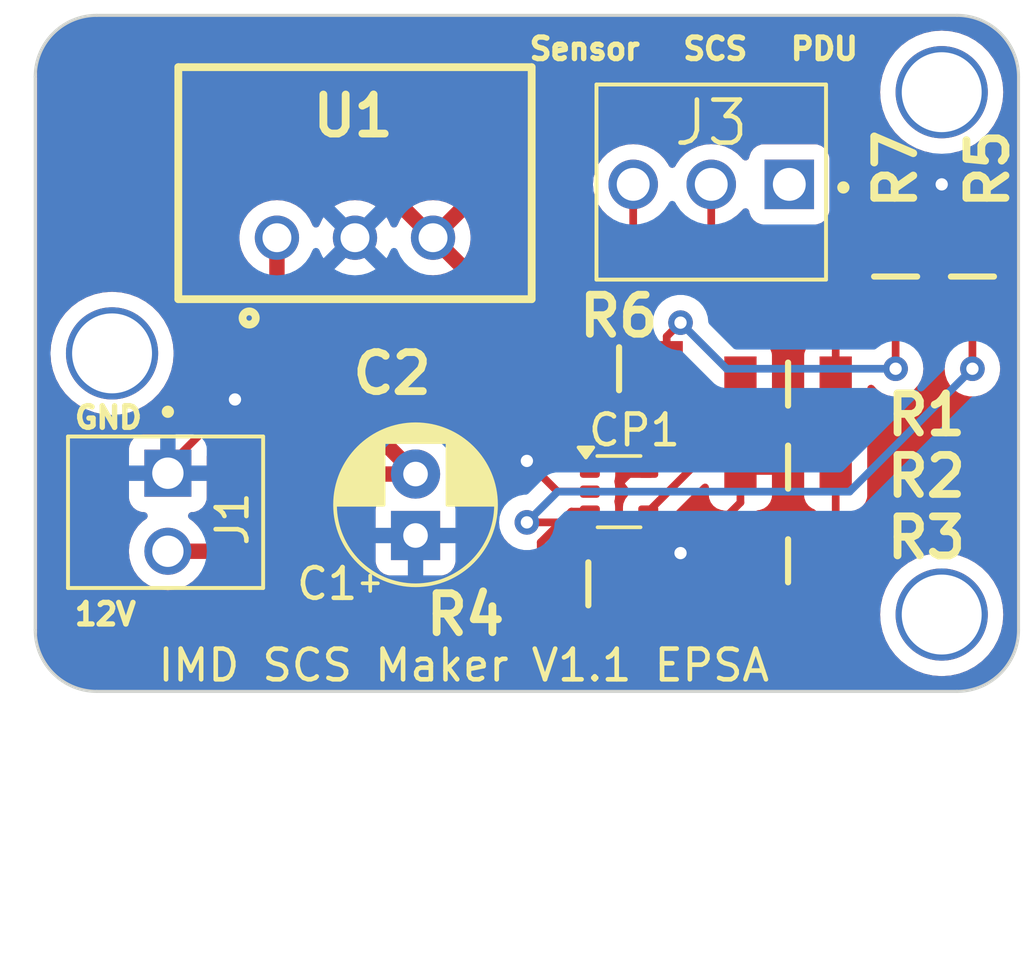
<source format=kicad_pcb>
(kicad_pcb (version 20240108) (generator "pcbnew") (generator_version "8.0")
  (layers (0 "F.Cu" signal) (31 "B.Cu" signal) (34 "B.Paste" user) (35 "F.Paste" user) (36 "B.SilkS" user "B.Silkscreen") (37 "F.SilkS" user "F.Silkscreen") (38 "B.Mask" user) (39 "F.Mask" user) (44 "Edge.Cuts" user))
  (net 0 "")
  (net 1 "GND")
  (net 2 "+12V")
  (net 3 "+5V")
  (net 4 "/Output SCS")
  (net 5 "/Sensor Output")
  (net 6 "/PDU")
  (net 7 "Net-(CP1-Pad4)")
  (net 8 "Net-(CP1--)")
  (net 9 "Net-(CP1-+)")
  (footprint "EPSA_lib:TSR-0.5-2433" (layer "F.Cu") (at 67.656 48.736)
    (property "Reference" "U1" (at 5.6885 -5.964 0) (layer "F.SilkS") (effects (font (size 1.27 1.27) (thickness 0.254))))
    (property "Value" "Alim LP TSR_0.5-2450" (hide yes))
    (fp_line (start 0 -7.55) (end 0 0) (stroke (width 0.254)) (layer "F.SilkS"))
    (fp_line (start 0 0) (end 11.5 0) (stroke (width 0.254)) (layer "F.SilkS"))
    (fp_line (start 11.5 -7.55) (end 0 -7.55) (stroke (width 0.254)) (layer "F.SilkS"))
    (fp_line (start 11.5 0) (end 11.5 -7.55) (stroke (width 0.254)) (layer "F.SilkS"))
    (fp_circle (center 2.306 0.613) (end 2.306 0.702) (stroke (width 0.254)) (fill none) (layer "F.SilkS"))
    (pad "1" thru_hole circle (at 3.21 -2) (size 1.44 1.44) (drill 0.94) (layers "*.Cu" "*.Mask") (net 2 "+12V"))
    (pad "2" thru_hole circle (at 5.75 -2) (size 1.44 1.44) (drill 0.94) (layers "*.Cu" "*.Mask") (net 1 "GND"))
    (pad "3" thru_hole circle (at 8.29 -2) (size 1.44 1.44) (drill 0.94) (layers "*.Cu" "*.Mask") (net 3 "+5V"))
  )
  (footprint "" (layer "F.Cu") (at 92.5 42)
    (property "Reference" "" (at 0 0 0) (layer "F.SilkS") (effects (font (size 1.27 1.27))))
    (property "Value" "")
    (pad "1" thru_hole circle (at 0 0) (size 3 3) (drill 2.6) (layers "*.Cu" "*.Mask"))
  )
  (footprint "EPSA_lib:MOLEX_22-11-2032" (layer "F.Cu") (at 87.54 45 180)
    (property "Reference" "J3" (at 2.54 2 180) (layer "F.SilkS") (effects (font (size 1.4 1.4))))
    (property "Value" "3P Droit 22-11-2032")
    (fp_line (start 6.275 3.25) (end 6.275 -3.1) (stroke (width 0.127)) (layer "F.SilkS"))
    (fp_line (start 6.275 -3.1) (end -1.195 -3.1) (stroke (width 0.127)) (layer "F.SilkS"))
    (fp_line (start -1.195 3.25) (end 6.275 3.25) (stroke (width 0.127)) (layer "F.SilkS"))
    (fp_line (start -1.195 -3.1) (end -1.195 3.25) (stroke (width 0.127)) (layer "F.SilkS"))
    (fp_circle (center -1.76 -0.1) (end -1.66 -0.1) (stroke (width 0.2)) (fill none) (layer "F.SilkS"))
    (pad "1" thru_hole rect (at 0 0 180) (size 1.61 1.61) (drill 1.07) (layers "*.Cu" "*.Mask") (net 6 "/PDU"))
    (pad "2" thru_hole circle (at 2.54 0 180) (size 1.61 1.61) (drill 1.07) (layers "*.Cu" "*.Mask") (net 4 "/Output SCS"))
    (pad "3" thru_hole circle (at 5.08 0 180) (size 1.61 1.61) (drill 1.07) (layers "*.Cu" "*.Mask") (net 5 "/Sensor Output"))
  )
  (footprint "EPSA_lib:RESC3216X70N" (layer "F.Cu") (at 93.5 48 90)
    (property "Reference" "R5" (at 3.5 0.5 -90) (layer "F.SilkS") (effects (font (size 1.27 1.27) (thickness 0.254))))
    (property "Value" "1k" (hide yes))
    (fp_line (start 0 -0.7) (end 0 0.7) (stroke (width 0.2)) (layer "F.SilkS"))
    (pad "1" smd rect (at -1.55 0 90) (size 1.05 1.8) (layers "F.Cu" "F.Paste" "F.Mask") (net 8 "Net-(CP1--)"))
    (pad "2" smd rect (at 1.55 0 90) (size 1.05 1.8) (layers "F.Cu" "F.Paste" "F.Mask") (net 1 "GND"))
  )
  (footprint "EPSA_lib:MOLEX_22-11-2022" (layer "F.Cu") (at 67.3165 54.4 -90)
    (property "Reference" "J1" (at 1.488 -2.1 90) (layer "F.SilkS"))
    (property "Value" "2P Droit 2-11-2022")
    (fp_line (start -1.195 3.25) (end -1.195 -3.1) (stroke (width 0.127)) (layer "F.SilkS"))
    (fp_line (start 3.735 3.25) (end -1.195 3.25) (stroke (width 0.127)) (layer "F.SilkS"))
    (fp_line (start -1.195 -3.1) (end 3.735 -3.1) (stroke (width 0.127)) (layer "F.SilkS"))
    (fp_line (start 3.735 -3.1) (end 3.735 3.25) (stroke (width 0.127)) (layer "F.SilkS"))
    (fp_circle (center -2 0) (end -1.9 0) (stroke (width 0.2)) (fill none) (layer "F.SilkS"))
    (pad "1" thru_hole rect (at 0 0 270) (size 1.53 1.53) (drill 1.02) (layers "*.Cu" "*.Mask") (net 1 "GND"))
    (pad "2" thru_hole circle (at 2.54 0 270) (size 1.53 1.53) (drill 1.02) (layers "*.Cu" "*.Mask") (net 2 "+12V"))
  )
  (footprint "EPSA_lib:RESC3216X70N" (layer "F.Cu") (at 87.5 57.25)
    (property "Reference" "R3" (at 4.5 -0.75 0) (layer "F.SilkS") (effects (font (size 1.27 1.27) (thickness 0.254))))
    (property "Value" "8k2" (hide yes))
    (fp_line (start 0 -0.7) (end 0 0.7) (stroke (width 0.2)) (layer "F.SilkS"))
    (pad "1" smd rect (at -1.55 0) (size 1.05 1.8) (layers "F.Cu" "F.Paste" "F.Mask") (net 1 "GND"))
    (pad "2" smd rect (at 1.55 0) (size 1.05 1.8) (layers "F.Cu" "F.Paste" "F.Mask") (net 4 "/Output SCS"))
  )
  (footprint "EPSA_lib:RESC3216X70N" (layer "F.Cu") (at 81 58)
    (property "Reference" "R4" (at -4 1 0) (layer "F.SilkS") (effects (font (size 1.27 1.27) (thickness 0.254))))
    (property "Value" "1k" (hide yes))
    (fp_line (start 0 -0.7) (end 0 0.7) (stroke (width 0.2)) (layer "F.SilkS"))
    (pad "1" smd rect (at -1.55 0) (size 1.05 1.8) (layers "F.Cu" "F.Paste" "F.Mask") (net 8 "Net-(CP1--)"))
    (pad "2" smd rect (at 1.55 0) (size 1.05 1.8) (layers "F.Cu" "F.Paste" "F.Mask") (net 3 "+5V"))
  )
  (footprint "EPSA_lib:RESC3216X70N" (layer "F.Cu") (at 87.5 51.5 180)
    (property "Reference" "R1" (at -4.5 -1 180) (layer "F.SilkS") (effects (font (size 1.27 1.27) (thickness 0.254))))
    (property "Value" "3k9" (hide yes))
    (fp_line (start 0 -0.7) (end 0 0.7) (stroke (width 0.2)) (layer "F.SilkS"))
    (pad "1" smd rect (at -1.55 0 180) (size 1.05 1.8) (layers "F.Cu" "F.Paste" "F.Mask") (net 4 "/Output SCS"))
    (pad "2" smd rect (at 1.55 0 180) (size 1.05 1.8) (layers "F.Cu" "F.Paste" "F.Mask") (net 7 "Net-(CP1-Pad4)"))
  )
  (footprint "Package_TO_SOT_SMD:SOT-353_SC-70-5" (layer "F.Cu") (at 82 55)
    (property "Reference" "CP1" (at 0.5 -2 0) (layer "F.SilkS"))
    (property "Value" "Comparator")
    (fp_line (start -0.71 -1.16) (end 0.7 -1.16) (stroke (width 0.12)) (layer "F.SilkS"))
    (fp_line (start -0.7 1.16) (end 0.7 1.16) (stroke (width 0.12)) (layer "F.SilkS"))
    (fp_poly (pts (xy -1.08 -1.11) (xy -1.32 -1.44) (xy -0.84 -1.44) (xy -1.08 -1.11)) (stroke (width 0.12)) (fill solid) (layer "F.SilkS"))
    (pad "1" smd roundrect (at -0.95 -0.65) (size 0.65 0.4) (layers "F.Cu" "F.Paste" "F.Mask") (net 9 "Net-(CP1-+)"))
    (pad "2" smd roundrect (at -0.95 0) (size 0.65 0.4) (layers "F.Cu" "F.Paste" "F.Mask") (net 1 "GND"))
    (pad "3" smd roundrect (at -0.95 0.65) (size 0.65 0.4) (layers "F.Cu" "F.Paste" "F.Mask") (net 8 "Net-(CP1--)"))
    (pad "4" smd roundrect (at 0.95 0.65) (size 0.65 0.4) (layers "F.Cu" "F.Paste" "F.Mask") (net 7 "Net-(CP1-Pad4)"))
    (pad "5" smd roundrect (at 0.95 -0.65) (size 0.65 0.4) (layers "F.Cu" "F.Paste" "F.Mask") (net 3 "+5V"))
  )
  (footprint "EPSA_lib:CAPC2012X130N" (layer "F.Cu") (at 77.6625 51.154)
    (property "Reference" "C2" (at -3.048 0 0) (layer "F.SilkS") (effects (font (size 1.27 1.27) (thickness 0.254))))
    (property "Value" "10n" (hide yes))
    (pad "1" smd rect (at -0.82 0) (size 1.07 1.47) (layers "F.Cu" "F.Paste" "F.Mask") (net 1 "GND"))
    (pad "2" smd rect (at 0.82 0) (size 1.07 1.47) (layers "F.Cu" "F.Paste" "F.Mask") (net 3 "+5V"))
  )
  (footprint "" (layer "F.Cu") (at 92.5 59)
    (property "Reference" "" (at 0 0 0) (layer "F.SilkS") (effects (font (size 1.27 1.27))))
    (property "Value" "")
    (pad "1" thru_hole circle (at 0 0) (size 3 3) (drill 2.6) (layers "*.Cu" "*.Mask"))
  )
  (footprint "EPSA_lib:RESC3216X70N" (layer "F.Cu") (at 91 48 -90)
    (property "Reference" "R7" (at -3.5 0 90) (layer "F.SilkS") (effects (font (size 1.27 1.27) (thickness 0.254))))
    (property "Value" "1k" (hide yes))
    (fp_line (start 0 -0.7) (end 0 0.7) (stroke (width 0.2)) (layer "F.SilkS"))
    (pad "1" smd rect (at -1.55 0 270) (size 1.05 1.8) (layers "F.Cu" "F.Paste" "F.Mask") (net 1 "GND"))
    (pad "2" smd rect (at 1.55 0 270) (size 1.05 1.8) (layers "F.Cu" "F.Paste" "F.Mask") (net 9 "Net-(CP1-+)"))
  )
  (footprint "Capacitor_THT:CP_Radial_D5.0mm_P2.00mm" (layer "F.Cu") (at 75.3765 56.427112 90)
    (property "Reference" "C1" (at -1.572888 -2.8765 0) (layer "F.SilkS"))
    (property "Value" "C")
    (fp_line (start 1.04 -2.58) (end 1.04 -1.04) (stroke (width 0.12)) (layer "F.SilkS"))
    (fp_line (start 1 -2.58) (end 1 -1.04) (stroke (width 0.12)) (layer "F.SilkS"))
    (fp_line (start 1.08 -2.579) (end 1.08 -1.04) (stroke (width 0.12)) (layer "F.SilkS"))
    (fp_line (start 1.12 -2.578) (end 1.12 -1.04) (stroke (width 0.12)) (layer "F.SilkS"))
    (fp_line (start 1.16 -2.576) (end 1.16 -1.04) (stroke (width 0.12)) (layer "F.SilkS"))
    (fp_line (start 1.2 -2.573) (end 1.2 -1.04) (stroke (width 0.12)) (layer "F.SilkS"))
    (fp_line (start 1.24 -2.569) (end 1.24 -1.04) (stroke (width 0.12)) (layer "F.SilkS"))
    (fp_line (start 1.28 -2.565) (end 1.28 -1.04) (stroke (width 0.12)) (layer "F.SilkS"))
    (fp_line (start 1.32 -2.561) (end 1.32 -1.04) (stroke (width 0.12)) (layer "F.SilkS"))
    (fp_line (start 1.36 -2.556) (end 1.36 -1.04) (stroke (width 0.12)) (layer "F.SilkS"))
    (fp_line (start 1.4 -2.55) (end 1.4 -1.04) (stroke (width 0.12)) (layer "F.SilkS"))
    (fp_line (start 1.44 -2.543) (end 1.44 -1.04) (stroke (width 0.12)) (layer "F.SilkS"))
    (fp_line (start 1.48 -2.536) (end 1.48 -1.04) (stroke (width 0.12)) (layer "F.SilkS"))
    (fp_line (start 1.52 -2.528) (end 1.52 -1.04) (stroke (width 0.12)) (layer "F.SilkS"))
    (fp_line (start 1.56 -2.52) (end 1.56 -1.04) (stroke (width 0.12)) (layer "F.SilkS"))
    (fp_line (start 1.6 -2.511) (end 1.6 -1.04) (stroke (width 0.12)) (layer "F.SilkS"))
    (fp_line (start 1.64 -2.501) (end 1.64 -1.04) (stroke (width 0.12)) (layer "F.SilkS"))
    (fp_line (start 1.68 -2.491) (end 1.68 -1.04) (stroke (width 0.12)) (layer "F.SilkS"))
    (fp_line (start 1.721 -2.48) (end 1.721 -1.04) (stroke (width 0.12)) (layer "F.SilkS"))
    (fp_line (start 1.761 -2.468) (end 1.761 -1.04) (stroke (width 0.12)) (layer "F.SilkS"))
    (fp_line (start 1.801 -2.455) (end 1.801 -1.04) (stroke (width 0.12)) (layer "F.SilkS"))
    (fp_line (start 1.841 -2.442) (end 1.841 -1.04) (stroke (width 0.12)) (layer "F.SilkS"))
    (fp_line (start 1.881 -2.428) (end 1.881 -1.04) (stroke (width 0.12)) (layer "F.SilkS"))
    (fp_line (start 1.921 -2.414) (end 1.921 -1.04) (stroke (width 0.12)) (layer "F.SilkS"))
    (fp_line (start 1.961 -2.398) (end 1.961 -1.04) (stroke (width 0.12)) (layer "F.SilkS"))
    (fp_line (start 2.001 -2.382) (end 2.001 -1.04) (stroke (width 0.12)) (layer "F.SilkS"))
    (fp_line (start 2.041 -2.365) (end 2.041 -1.04) (stroke (width 0.12)) (layer "F.SilkS"))
    (fp_line (start 2.081 -2.348) (end 2.081 -1.04) (stroke (width 0.12)) (layer "F.SilkS"))
    (fp_line (start 2.121 -2.329) (end 2.121 -1.04) (stroke (width 0.12)) (layer "F.SilkS"))
    (fp_line (start 2.161 -2.31) (end 2.161 -1.04) (stroke (width 0.12)) (layer "F.SilkS"))
    (fp_line (start 2.201 -2.29) (end 2.201 -1.04) (stroke (width 0.12)) (layer "F.SilkS"))
    (fp_line (start 2.241 -2.268) (end 2.241 -1.04) (stroke (width 0.12)) (layer "F.SilkS"))
    (fp_line (start 2.281 -2.247) (end 2.281 -1.04) (stroke (width 0.12)) (layer "F.SilkS"))
    (fp_line (start 2.321 -2.224) (end 2.321 -1.04) (stroke (width 0.12)) (layer "F.SilkS"))
    (fp_line (start 2.361 -2.2) (end 2.361 -1.04) (stroke (width 0.12)) (layer "F.SilkS"))
    (fp_line (start 2.401 -2.175) (end 2.401 -1.04) (stroke (width 0.12)) (layer "F.SilkS"))
    (fp_line (start 2.441 -2.149) (end 2.441 -1.04) (stroke (width 0.12)) (layer "F.SilkS"))
    (fp_line (start 2.481 -2.122) (end 2.481 -1.04) (stroke (width 0.12)) (layer "F.SilkS"))
    (fp_line (start 2.521 -2.095) (end 2.521 -1.04) (stroke (width 0.12)) (layer "F.SilkS"))
    (fp_line (start 2.561 -2.065) (end 2.561 -1.04) (stroke (width 0.12)) (layer "F.SilkS"))
    (fp_line (start 2.601 -2.035) (end 2.601 -1.04) (stroke (width 0.12)) (layer "F.SilkS"))
    (fp_line (start 2.641 -2.004) (end 2.641 -1.04) (stroke (width 0.12)) (layer "F.SilkS"))
    (fp_line (start 2.681 -1.971) (end 2.681 -1.04) (stroke (width 0.12)) (layer "F.SilkS"))
    (fp_line (start 2.721 -1.937) (end 2.721 -1.04) (stroke (width 0.12)) (layer "F.SilkS"))
    (fp_line (start 2.761 -1.901) (end 2.761 -1.04) (stroke (width 0.12)) (layer "F.SilkS"))
    (fp_line (start 2.801 -1.864) (end 2.801 -1.04) (stroke (width 0.12)) (layer "F.SilkS"))
    (fp_line (start 2.841 -1.826) (end 2.841 -1.04) (stroke (width 0.12)) (layer "F.SilkS"))
    (fp_line (start 2.881 -1.785) (end 2.881 -1.04) (stroke (width 0.12)) (layer "F.SilkS"))
    (fp_line (start 2.921 -1.743) (end 2.921 -1.04) (stroke (width 0.12)) (layer "F.SilkS"))
    (fp_line (start -1.554775 -1.725) (end -1.554775 -1.225) (stroke (width 0.12)) (layer "F.SilkS"))
    (fp_line (start 2.961 -1.699) (end 2.961 -1.04) (stroke (width 0.12)) (layer "F.SilkS"))
    (fp_line (start 3.001 -1.653) (end 3.001 -1.04) (stroke (width 0.12)) (layer "F.SilkS"))
    (fp_line (start 3.041 -1.605) (end 3.041 1.605) (stroke (width 0.12)) (layer "F.SilkS"))
    (fp_line (start 3.081 -1.554) (end 3.081 1.554) (stroke (width 0.12)) (layer "F.SilkS"))
    (fp_line (start 3.121 -1.5) (end 3.121 1.5) (stroke (width 0.12)) (layer "F.SilkS"))
    (fp_line (start -1.804775 -1.475) (end -1.304775 -1.475) (stroke (width 0.12)) (layer "F.SilkS"))
    (fp_line (start 3.161 -1.443) (end 3.161 1.443) (stroke (width 0.12)) (layer "F.SilkS"))
    (fp_line (start 3.201 -1.383) (end 3.201 1.383) (stroke (width 0.12)) (layer "F.SilkS"))
    (fp_line (start 3.241 -1.319) (end 3.241 1.319) (stroke (width 0.12)) (layer "F.SilkS"))
    (fp_line (start 3.281 -1.251) (end 3.281 1.251) (stroke (width 0.12)) (layer "F.SilkS"))
    (fp_line (start 3.321 -1.178) (end 3.321 1.178) (stroke (width 0.12)) (layer "F.SilkS"))
    (fp_line (start 3.361 -1.098) (end 3.361 1.098) (stroke (width 0.12)) (layer "F.SilkS"))
    (fp_line (start 3.401 -1.011) (end 3.401 1.011) (stroke (width 0.12)) (layer "F.SilkS"))
    (fp_line (start 3.441 -0.915) (end 3.441 0.915) (stroke (width 0.12)) (layer "F.SilkS"))
    (fp_line (start 3.481 -0.805) (end 3.481 0.805) (stroke (width 0.12)) (layer "F.SilkS"))
    (fp_line (start 3.521 -0.677) (end 3.521 0.677) (stroke (width 0.12)) (layer "F.SilkS"))
    (fp_line (start 3.561 -0.518) (end 3.561 0.518) (stroke (width 0.12)) (layer "F.SilkS"))
    (fp_line (start 3.601 -0.284) (end 3.601 0.284) (stroke (width 0.12)) (layer "F.SilkS"))
    (fp_line (start 3.001 1.04) (end 3.001 1.653) (stroke (width 0.12)) (layer "F.SilkS"))
    (fp_line (start 2.961 1.04) (end 2.961 1.699) (stroke (width 0.12)) (layer "F.SilkS"))
    (fp_line (start 2.921 1.04) (end 2.921 1.743) (stroke (width 0.12)) (layer "F.SilkS"))
    (fp_line (start 2.881 1.04) (end 2.881 1.785) (stroke (width 0.12)) (layer "F.SilkS"))
    (fp_line (start 2.841 1.04) (end 2.841 1.826) (stroke (width 0.12)) (layer "F.SilkS"))
    (fp_line (start 2.801 1.04) (end 2.801 1.864) (stroke (width 0.12)) (layer "F.SilkS"))
    (fp_line (start 2.761 1.04) (end 2.761 1.901) (stroke (width 0.12)) (layer "F.SilkS"))
    (fp_line (start 2.721 1.04) (end 2.721 1.937) (stroke (width 0.12)) (layer "F.SilkS"))
    (fp_line (start 2.681 1.04) (end 2.681 1.971) (stroke (width 0.12)) (layer "F.SilkS"))
    (fp_line (start 2.641 1.04) (end 2.641 2.004) (stroke (width 0.12)) (layer "F.SilkS"))
    (fp_line (start 2.601 1.04) (end 2.601 2.035) (stroke (width 0.12)) (layer "F.SilkS"))
    (fp_line (start 2.561 1.04) (end 2.561 2.065) (stroke (width 0.12)) (layer "F.SilkS"))
    (fp_line (start 2.521 1.04) (end 2.521 2.095) (stroke (width 0.12)) (layer "F.SilkS"))
    (fp_line (start 2.481 1.04) (end 2.481 2.122) (stroke (width 0.12)) (layer "F.SilkS"))
    (fp_line (start 2.441 1.04) (end 2.441 2.149) (stroke (width 0.12)) (layer "F.SilkS"))
    (fp_line (start 2.401 1.04) (end 2.401 2.175) (stroke (width 0.12)) (layer "F.SilkS"))
    (fp_line (start 2.361 1.04) (end 2.361 2.2) (stroke (width 0.12)) (layer "F.SilkS"))
    (fp_line (start 2.321 1.04) (end 2.321 2.224) (stroke (width 0.12)) (layer "F.SilkS"))
    (fp_line (start 2.281 1.04) (end 2.281 2.247) (stroke (width 0.12)) (layer "F.SilkS"))
    (fp_line (start 2.241 1.04) (end 2.241 2.268) (stroke (width 0.12)) (layer "F.SilkS"))
    (fp_line (start 2.201 1.04) (end 2.201 2.29) (stroke (width 0.12)) (layer "F.SilkS"))
    (fp_line (start 2.161 1.04) (end 2.161 2.31) (stroke (width 0.12)) (layer "F.SilkS"))
    (fp_line (start 2.121 1.04) (end 2.121 2.329) (stroke (width 0.12)) (layer "F.SilkS"))
    (fp_line (start 2.081 1.04) (end 2.081 2.348) (stroke (width 0.12)) (layer "F.SilkS"))
    (fp_line (start 2.041 1.04) (end 2.041 2.365) (stroke (width 0.12)) (layer "F.SilkS"))
    (fp_line (start 2.001 1.04) (end 2.001 2.382) (stroke (width 0.12)) (layer "F.SilkS"))
    (fp_line (start 1.961 1.04) (end 1.961 2.398) (stroke (width 0.12)) (layer "F.SilkS"))
    (fp_line (start 1.921 1.04) (end 1.921 2.414) (stroke (width 0.12)) (layer "F.SilkS"))
    (fp_line (start 1.881 1.04) (end 1.881 2.428) (stroke (width 0.12)) (layer "F.SilkS"))
    (fp_line (start 1.841 1.04) (end 1.841 2.442) (stroke (width 0.12)) (layer "F.SilkS"))
    (fp_line (start 1.801 1.04) (end 1.801 2.455) (stroke (width 0.12)) (layer "F.SilkS"))
    (fp_line (start 1.761 1.04) (end 1.761 2.468) (stroke (width 0.12)) (layer "F.SilkS"))
    (fp_line (start 1.721 1.04) (end 1.721 2.48) (stroke (width 0.12)) (layer "F.SilkS"))
    (fp_line (start 1.68 1.04) (end 1.68 2.491) (stroke (width 0.12)) (layer "F.SilkS"))
    (fp_line (start 1.64 1.04) (end 1.64 2.501) (stroke (width 0.12)) (layer "F.SilkS"))
    (fp_line (start 1.6 1.04) (end 1.6 2.511) (stroke (width 0.12)) (layer "F.SilkS"))
    (fp_line (start 1.56 1.04) (end 1.56 2.52) (stroke (width 0.12)) (layer "F.SilkS"))
    (fp_line (start 1.52 1.04) (end 1.52 2.528) (stroke (width 0.12)) (layer "F.SilkS"))
    (fp_line (start 1.48 1.04) (end 1.48 2.536) (stroke (width 0.12)) (layer "F.SilkS"))
    (fp_line (start 1.44 1.04) (end 1.44 2.543) (stroke (width 0.12)) (layer "F.SilkS"))
    (fp_line (start 1.4 1.04) (end 1.4 2.55) (stroke (width 0.12)) (layer "F.SilkS"))
    (fp_line (start 1.36 1.04) (end 1.36 2.556) (stroke (width 0.12)) (layer "F.SilkS"))
    (fp_line (start 1.32 1.04) (end 1.32 2.561) (stroke (width 0.12)) (layer "F.SilkS"))
    (fp_line (start 1.28 1.04) (end 1.28 2.565) (stroke (width 0.12)) (layer "F.SilkS"))
    (fp_line (start 1.24 1.04) (end 1.24 2.569) (stroke (width 0.12)) (layer "F.SilkS"))
    (fp_line (start 1.2 1.04) (end 1.2 2.573) (stroke (width 0.12)) (layer "F.SilkS"))
    (fp_line (start 1.16 1.04) (end 1.16 2.576) (stroke (width 0.12)) (layer "F.SilkS"))
    (fp_line (start 1.12 1.04) (end 1.12 2.578) (stroke (width 0.12)) (layer "F.SilkS"))
    (fp_line (start 1.08 1.04) (end 1.08 2.579) (stroke (width 0.12)) (layer "F.SilkS"))
    (fp_line (start 1.04 1.04) (end 1.04 2.58) (stroke (width 0.12)) (layer "F.SilkS"))
    (fp_line (start 1 1.04) (end 1 2.58) (stroke (width 0.12)) (layer "F.SilkS"))
    (fp_circle (center 1 0) (end 3.62 0) (stroke (width 0.12)) (fill none) (layer "F.SilkS"))
    (pad "1" thru_hole rect (at 0 0 90) (size 1.6 1.6) (drill 0.8) (layers "*.Cu" "*.Mask") (net 1 "GND"))
    (pad "2" thru_hole circle (at 2 0 90) (size 1.6 1.6) (drill 0.8) (layers "*.Cu" "*.Mask") (net 2 "+12V"))
  )
  (footprint "EPSA_lib:RESC3216X70N" (layer "F.Cu") (at 82 51 180)
    (property "Reference" "R6" (at 0.013189 1.712075 180) (layer "F.SilkS") (effects (font (size 1.27 1.27) (thickness 0.254))))
    (property "Value" "2k" (hide yes))
    (fp_line (start 0 -0.7) (end 0 0.7) (stroke (width 0.2)) (layer "F.SilkS"))
    (pad "1" smd rect (at -1.55 0 180) (size 1.05 1.8) (layers "F.Cu" "F.Paste" "F.Mask") (net 9 "Net-(CP1-+)"))
    (pad "2" smd rect (at 1.55 0 180) (size 1.05 1.8) (layers "F.Cu" "F.Paste" "F.Mask") (net 5 "/Sensor Output"))
  )
  (footprint "EPSA_lib:RESC3216X70N" (layer "F.Cu") (at 87.5 54.202 180)
    (property "Reference" "R2" (at -4.5 -0.298 180) (layer "F.SilkS") (effects (font (size 1.27 1.27) (thickness 0.254))))
    (property "Value" "8k2" (hide yes))
    (fp_line (start 0 -0.7) (end 0 0.7) (stroke (width 0.2)) (layer "F.SilkS"))
    (pad "1" smd rect (at -1.55 0 180) (size 1.05 1.8) (layers "F.Cu" "F.Paste" "F.Mask") (net 4 "/Output SCS"))
    (pad "2" smd rect (at 1.55 0 180) (size 1.05 1.8) (layers "F.Cu" "F.Paste" "F.Mask") (net 3 "+5V"))
  )
  (footprint "" (layer "F.Cu") (at 65.5 50.5)
    (property "Reference" "" (at 0 0 0) (layer "F.SilkS") (effects (font (size 1.27 1.27))))
    (property "Value" "")
    (pad "1" thru_hole circle (at 0 0) (size 3 3) (drill 2.6) (layers "*.Cu" "*.Mask"))
  )
  (gr_arc (start 93 39.5) (mid 94.414214 40.085786) (end 95 41.5) (stroke (width 0.1)) (layer "Edge.Cuts"))
  (gr_arc (start 63 41.5) (mid 63.585786 40.085786) (end 65 39.5) (stroke (width 0.1)) (layer "Edge.Cuts"))
  (gr_line (start 95 41.5) (end 95 59.5) (stroke (width 0.1)) (layer "Edge.Cuts"))
  (gr_line (start 65 39.5) (end 93 39.5) (stroke (width 0.1)) (layer "Edge.Cuts"))
  (gr_line (start 93 61.5) (end 65 61.5) (stroke (width 0.1)) (layer "Edge.Cuts"))
  (gr_arc (start 65 61.5) (mid 63.585786 60.914214) (end 63 59.5) (stroke (width 0.1)) (layer "Edge.Cuts"))
  (gr_arc (start 95 59.5) (mid 94.414214 60.914214) (end 93 61.5) (stroke (width 0.1)) (layer "Edge.Cuts"))
  (gr_line (start 63 59.5) (end 63 41.5) (stroke (width 0.1)) (layer "Edge.Cuts"))
  (gr_text "GND" (at 64.2 53 0) (layer "F.SilkS") (effects (font (size 0.7 0.7) (thickness 0.175) (bold yes)) (justify left bottom)))
  (gr_text "IMD SCS Maker V1.1 EPSA" (at 66.919472 61.237478 0) (layer "F.SilkS") (effects (font (size 1 1)) (justify left bottom)))
  (gr_text "PDU" (at 87.5 41 0) (layer "F.SilkS") (effects (font (size 0.7 0.7) (thickness 0.175) (bold yes)) (justify left bottom)))
  (gr_text "Sensor" (at 79 41 0) (layer "F.SilkS") (effects (font (size 0.7 0.7) (thickness 0.175) (bold yes)) (justify left bottom)))
  (gr_text "SCS" (at 84 41 0) (layer "F.SilkS") (effects (font (size 0.7 0.7) (thickness 0.175) (bold yes)) (justify left bottom)))
  (gr_text "12V" (at 64.2 59.4 0) (layer "F.SilkS") (effects (font (size 0.7 0.7) (thickness 0.175) (bold yes)) (justify left bottom)))
  (segment (start 78 53.5) (end 78 55.5) (width 0.25) (layer "F.Cu") (net 1))
  (segment (start 73.406 46.736) (end 76.8425 50.1725) (width 0.25) (layer "F.Cu") (net 1))
  (segment (start 93.5 46) (end 93.5 46.45) (width 0.25) (layer "F.Cu") (net 1))
  (segment (start 84.25 57.25) (end 84 57) (width 0.25) (layer "F.Cu") (net 1))
  (segment (start 78.5 53.5) (end 79 54) (width 0.25) (layer "F.Cu") (net 1))
  (segment (start 67.3165 54.1835) (end 69.5 52) (width 0.25) (layer "F.Cu") (net 1))
  (segment (start 92.5 45) (end 92.45 45) (width 0.25) (layer "F.Cu") (net 1))
  (segment (start 67.3165 54.4) (end 67.3165 54.1835) (width 0.25) (layer "F.Cu") (net 1))
  (segment (start 76.8425 52.3425) (end 78 53.5) (width 0.25) (layer "F.Cu") (net 1))
  (segment (start 92.5 45) (end 93.5 46) (width 0.25) (layer "F.Cu") (net 1))
  (segment (start 76.8425 50.1725) (end 76.8425 51.154) (width 0.25) (layer "F.Cu") (net 1))
  (segment (start 67.3165 54.166) (end 67.7605 54.61) (width 0.25) (layer "F.Cu") (net 1))
  (segment (start 91 46.45) (end 93.5 46.45) (width 0.25) (layer "F.Cu") (net 1))
  (segment (start 85.95 57.25) (end 84.25 57.25) (width 0.25) (layer "F.Cu") (net 1))
  (segment (start 78 55.5) (end 77.072888 56.427112) (width 0.25) (layer "F.Cu") (net 1))
  (segment (start 92.45 45) (end 91 46.45) (width 0.25) (layer "F.Cu") (net 1))
  (segment (start 78 53.5) (end 78.5 53.5) (width 0.25) (layer "F.Cu") (net 1))
  (segment (start 73.406 46.736) (end 73.4985 46.736) (width 0.25) (layer "F.Cu") (net 1))
  (segment (start 77.072888 56.427112) (end 75.3765 56.427112) (width 0.25) (layer "F.Cu") (net 1))
  (segment (start 79 54) (end 80 55) (width 0.25) (layer "F.Cu") (net 1))
  (segment (start 80 55) (end 81.05 55) (width 0.25) (layer "F.Cu") (net 1))
  (segment (start 76.8425 51.154) (end 76.8425 52.3425) (width 0.25) (layer "F.Cu") (net 1))
  (via (at 69.5 52) (size 0.8) (drill 0.4) (layers "F.Cu" "B.Cu") (net 1))
  (via (at 92.5 45) (size 0.8) (drill 0.4) (layers "F.Cu" "B.Cu") (net 1))
  (via (at 84 57) (size 0.8) (drill 0.4) (layers "F.Cu" "B.Cu") (net 1))
  (via (at 79 54) (size 0.8) (drill 0.4) (layers "F.Cu" "B.Cu") (net 1))
  (segment (start 71.572888 54.427112) (end 75.3765 54.427112) (width 0.5) (layer "F.Cu") (net 2))
  (segment (start 67.595388 56.427112) (end 67.3165 56.706) (width 0.25) (layer "F.Cu") (net 2))
  (segment (start 67.3165 56.94) (end 69.06 56.94) (width 0.5) (layer "F.Cu") (net 2))
  (segment (start 75.193612 54.61) (end 75.3765 54.427112) (width 0.25) (layer "F.Cu") (net 2))
  (segment (start 69.06 56.94) (end 71.572888 54.427112) (width 0.5) (layer "F.Cu") (net 2))
  (segment (start 70.866 49.916612) (end 75.3765 54.427112) (width 0.5) (layer "F.Cu") (net 2))
  (segment (start 70.866 46.736) (end 70.866 49.916612) (width 0.5) (layer "F.Cu") (net 2))
  (segment (start 82.55 57.424695) (end 82.55 58) (width 0.25) (layer "F.Cu") (net 3))
  (segment (start 85.559369 55.745467) (end 84.229228 55.745467) (width 0.25) (layer "F.Cu") (net 3))
  (segment (start 82 56.110823) (end 82.55 56.660823) (width 0.25) (layer "F.Cu") (net 3))
  (segment (start 85.95 55.354836) (end 85.559369 55.745467) (width 0.25) (layer "F.Cu") (net 3))
  (segment (start 82.55 56.660823) (end 82.55 58) (width 0.25) (layer "F.Cu") (net 3))
  (segment (start 78.4825 51.212) (end 78.4825 51.154) (width 0.25) (layer "F.Cu") (net 3))
  (segment (start 82.95 54.35) (end 82.393953 54.35) (width 0.25) (layer "F.Cu") (net 3))
  (segment (start 84.229228 55.745467) (end 82.55 57.424695) (width 0.25) (layer "F.Cu") (net 3))
  (segment (start 82.393953 54.35) (end 82 54.743953) (width 0.25) (layer "F.Cu") (net 3))
  (segment (start 85.95 54.202) (end 85.95 55.354836) (width 0.25) (layer "F.Cu") (net 3))
  (segment (start 82 54.743953) (end 82 56.110823) (width 0.25) (layer "F.Cu") (net 3))
  (segment (start 88.525 49.5) (end 86 49.5) (width 0.25) (layer "F.Cu") (net 4))
  (segment (start 89.05 51.5) (end 89.05 57.25) (width 0.25) (layer "F.Cu") (net 4))
  (segment (start 85 48.5) (end 85 45) (width 0.25) (layer "F.Cu") (net 4))
  (segment (start 89.05 51.5) (end 89.05 50.025) (width 0.25) (layer "F.Cu") (net 4))
  (segment (start 86 49.5) (end 85 48.5) (width 0.25) (layer "F.Cu") (net 4))
  (segment (start 89.05 50.025) (end 88.525 49.5) (width 0.25) (layer "F.Cu") (net 4))
  (segment (start 80.45 51) (end 80.45 49.51) (width 0.25) (layer "F.Cu") (net 5))
  (segment (start 82.46 47.5) (end 82.46 45) (width 0.25) (layer "F.Cu") (net 5))
  (segment (start 80.45 49.51) (end 82.46 47.5) (width 0.25) (layer "F.Cu") (net 5))
  (segment (start 82.46 45) (end 82.592 45) (width 0.25) (layer "F.Cu") (net 5))
  (segment (start 84.5 54.1) (end 84.5 52.95) (width 0.25) (layer "F.Cu") (net 7))
  (segment (start 84.5 52.95) (end 85.95 51.5) (width 0.25) (layer "F.Cu") (net 7))
  (segment (start 82.95 55.65) (end 84.5 54.1) (width 0.25) (layer "F.Cu") (net 7))
  (segment (start 79.45 56.65) (end 80.45 55.65) (width 0.25) (layer "F.Cu") (net 8))
  (segment (start 93.5 49.55) (end 93.5 51) (width 0.25) (layer "F.Cu") (net 8))
  (segment (start 80.1 56) (end 80.45 55.65) (width 0.25) (layer "F.Cu") (net 8))
  (segment (start 80.45 55.65) (end 81.05 55.65) (width 0.25) (layer "F.Cu") (net 8))
  (segment (start 79 56) (end 80.1 56) (width 0.25) (layer "F.Cu") (net 8))
  (segment (start 79.45 58) (end 79.45 56.65) (width 0.25) (layer "F.Cu") (net 8))
  (via (at 79 56) (size 0.8) (drill 0.4) (layers "F.Cu" "B.Cu") (net 8))
  (via (at 93.5 51) (size 0.8) (drill 0.4) (layers "F.Cu" "B.Cu") (net 8))
  (segment (start 89.5 55) (end 93.5 51) (width 0.25) (layer "B.Cu") (net 8))
  (segment (start 79 56) (end 80 55) (width 0.25) (layer "B.Cu") (net 8))
  (segment (start 80 55) (end 89.5 55) (width 0.25) (layer "B.Cu") (net 8))
  (segment (start 83.55 51) (end 83.55 49.95) (width 0.25) (layer "F.Cu") (net 9))
  (segment (start 81.05 53.5) (end 81.55 53) (width 0.25) (layer "F.Cu") (net 9))
  (segment (start 83 53) (end 83.55 52.45) (width 0.25) (layer "F.Cu") (net 9))
  (segment (start 81.55 53) (end 83 53) (width 0.25) (layer "F.Cu") (net 9))
  (segment (start 83.55 49.95) (end 84 49.5) (width 0.25) (layer "F.Cu") (net 9))
  (segment (start 81.05 54.35) (end 81.05 53.5) (width 0.25) (layer "F.Cu") (net 9))
  (segment (start 83.55 52.45) (end 83.55 51) (width 0.25) (layer "F.Cu") (net 9))
  (segment (start 91 49.55) (end 91 51) (width 0.25) (layer "F.Cu") (net 9))
  (via (at 84 49.5) (size 0.8) (drill 0.4) (layers "F.Cu" "B.Cu") (net 9))
  (via (at 91 51) (size 0.8) (drill 0.4) (layers "F.Cu" "B.Cu") (net 9))
  (segment (start 84 49.5) (end 85.5 51) (width 0.25) (layer "B.Cu") (net 9))
  (segment (start 85.5 51) (end 91 51) (width 0.25) (layer "B.Cu") (net 9))
  (zone (net 3) (net_name "+5V") (layer "F.Cu") (connect_pads (clearance 0.5)) (min_thickness 0.25) (fill yes (thermal_gap 0.5) (thermal_bridge_width 0.5))
    (polygon (pts (xy 63.060665 38.999916) (xy 94.999927 39.00101) (xy 94.999927 61.85301) (xy 63.060665 61.851916)))
  )
  (zone (net 1) (net_name "GND") (layer "B.Cu") (connect_pads (clearance 0.5)) (min_thickness 0.25) (fill yes (thermal_gap 0.5) (thermal_bridge_width 0.5))
    (polygon (pts (xy 63.060738 39.368906) (xy 95 39.37) (xy 95 61.722) (xy 63.060738 61.720906)))
  )
)
</source>
